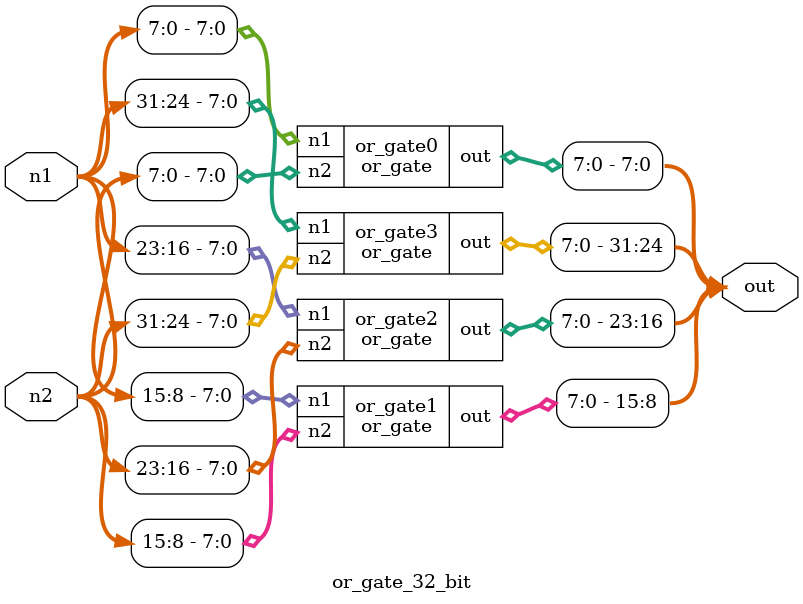
<source format=v>
module or_gate (
    input [7:0] n1,
    input [7:0] n2,
    output [7:0] out
);
    or or0 (out[0] ,n1[0],n2[0]);
    or or1 (out[1] ,n1[1],n2[1]);
    or or2 (out[2] ,n1[2],n2[2]);
    or or3 (out[3] ,n1[3],n2[3]);
    or or4 (out[4] ,n1[4],n2[4]);
    or or5 (out[5] ,n1[5],n2[5]);
    or or6 (out[6] ,n1[6],n2[6]);
    or or7 (out[7] ,n1[7],n2[7]);

endmodule


module or_gate_32_bit (
    input [31:0] n1,
    input [31:0] n2,
    output [31:0] out
);

    or_gate or_gate0 (.n1(n1[7:0]),.n2(n2[7:0]),.out(out[7:0]));
    or_gate or_gate1 (.n1(n1[15:8]),.n2(n2[15:8]),.out(out[15:8]));
    or_gate or_gate2 (.n1(n1[23:16]),.n2(n2[23:16]),.out(out[23:16]));
    or_gate or_gate3 (.n1(n1[31:24]),.n2(n2[31:24]),.out(out[31:24]));
    
endmodule

</source>
